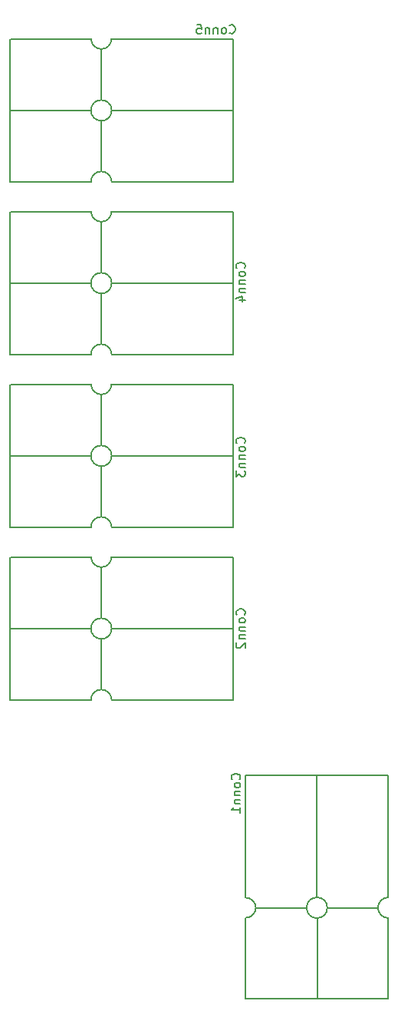
<source format=gbr>
%TF.GenerationSoftware,KiCad,Pcbnew,7.0.7*%
%TF.CreationDate,2024-04-07T16:08:04-05:00*%
%TF.ProjectId,Science_Actuation,53636965-6e63-4655-9f41-637475617469,rev?*%
%TF.SameCoordinates,Original*%
%TF.FileFunction,Legend,Bot*%
%TF.FilePolarity,Positive*%
%FSLAX46Y46*%
G04 Gerber Fmt 4.6, Leading zero omitted, Abs format (unit mm)*
G04 Created by KiCad (PCBNEW 7.0.7) date 2024-04-07 16:08:04*
%MOMM*%
%LPD*%
G01*
G04 APERTURE LIST*
%ADD10C,0.150000*%
G04 APERTURE END LIST*
D10*
X60195609Y-82759580D02*
X60243228Y-82807200D01*
X60243228Y-82807200D02*
X60386085Y-82854819D01*
X60386085Y-82854819D02*
X60481323Y-82854819D01*
X60481323Y-82854819D02*
X60624180Y-82807200D01*
X60624180Y-82807200D02*
X60719418Y-82711961D01*
X60719418Y-82711961D02*
X60767037Y-82616723D01*
X60767037Y-82616723D02*
X60814656Y-82426247D01*
X60814656Y-82426247D02*
X60814656Y-82283390D01*
X60814656Y-82283390D02*
X60767037Y-82092914D01*
X60767037Y-82092914D02*
X60719418Y-81997676D01*
X60719418Y-81997676D02*
X60624180Y-81902438D01*
X60624180Y-81902438D02*
X60481323Y-81854819D01*
X60481323Y-81854819D02*
X60386085Y-81854819D01*
X60386085Y-81854819D02*
X60243228Y-81902438D01*
X60243228Y-81902438D02*
X60195609Y-81950057D01*
X59624180Y-82854819D02*
X59719418Y-82807200D01*
X59719418Y-82807200D02*
X59767037Y-82759580D01*
X59767037Y-82759580D02*
X59814656Y-82664342D01*
X59814656Y-82664342D02*
X59814656Y-82378628D01*
X59814656Y-82378628D02*
X59767037Y-82283390D01*
X59767037Y-82283390D02*
X59719418Y-82235771D01*
X59719418Y-82235771D02*
X59624180Y-82188152D01*
X59624180Y-82188152D02*
X59481323Y-82188152D01*
X59481323Y-82188152D02*
X59386085Y-82235771D01*
X59386085Y-82235771D02*
X59338466Y-82283390D01*
X59338466Y-82283390D02*
X59290847Y-82378628D01*
X59290847Y-82378628D02*
X59290847Y-82664342D01*
X59290847Y-82664342D02*
X59338466Y-82759580D01*
X59338466Y-82759580D02*
X59386085Y-82807200D01*
X59386085Y-82807200D02*
X59481323Y-82854819D01*
X59481323Y-82854819D02*
X59624180Y-82854819D01*
X58862275Y-82188152D02*
X58862275Y-82854819D01*
X58862275Y-82283390D02*
X58814656Y-82235771D01*
X58814656Y-82235771D02*
X58719418Y-82188152D01*
X58719418Y-82188152D02*
X58576561Y-82188152D01*
X58576561Y-82188152D02*
X58481323Y-82235771D01*
X58481323Y-82235771D02*
X58433704Y-82331009D01*
X58433704Y-82331009D02*
X58433704Y-82854819D01*
X57957513Y-82188152D02*
X57957513Y-82854819D01*
X57957513Y-82283390D02*
X57909894Y-82235771D01*
X57909894Y-82235771D02*
X57814656Y-82188152D01*
X57814656Y-82188152D02*
X57671799Y-82188152D01*
X57671799Y-82188152D02*
X57576561Y-82235771D01*
X57576561Y-82235771D02*
X57528942Y-82331009D01*
X57528942Y-82331009D02*
X57528942Y-82854819D01*
X56576561Y-81854819D02*
X57052751Y-81854819D01*
X57052751Y-81854819D02*
X57100370Y-82331009D01*
X57100370Y-82331009D02*
X57052751Y-82283390D01*
X57052751Y-82283390D02*
X56957513Y-82235771D01*
X56957513Y-82235771D02*
X56719418Y-82235771D01*
X56719418Y-82235771D02*
X56624180Y-82283390D01*
X56624180Y-82283390D02*
X56576561Y-82331009D01*
X56576561Y-82331009D02*
X56528942Y-82426247D01*
X56528942Y-82426247D02*
X56528942Y-82664342D01*
X56528942Y-82664342D02*
X56576561Y-82759580D01*
X56576561Y-82759580D02*
X56624180Y-82807200D01*
X56624180Y-82807200D02*
X56719418Y-82854819D01*
X56719418Y-82854819D02*
X56957513Y-82854819D01*
X56957513Y-82854819D02*
X57052751Y-82807200D01*
X57052751Y-82807200D02*
X57100370Y-82759580D01*
X61827580Y-108712190D02*
X61875200Y-108664571D01*
X61875200Y-108664571D02*
X61922819Y-108521714D01*
X61922819Y-108521714D02*
X61922819Y-108426476D01*
X61922819Y-108426476D02*
X61875200Y-108283619D01*
X61875200Y-108283619D02*
X61779961Y-108188381D01*
X61779961Y-108188381D02*
X61684723Y-108140762D01*
X61684723Y-108140762D02*
X61494247Y-108093143D01*
X61494247Y-108093143D02*
X61351390Y-108093143D01*
X61351390Y-108093143D02*
X61160914Y-108140762D01*
X61160914Y-108140762D02*
X61065676Y-108188381D01*
X61065676Y-108188381D02*
X60970438Y-108283619D01*
X60970438Y-108283619D02*
X60922819Y-108426476D01*
X60922819Y-108426476D02*
X60922819Y-108521714D01*
X60922819Y-108521714D02*
X60970438Y-108664571D01*
X60970438Y-108664571D02*
X61018057Y-108712190D01*
X61922819Y-109283619D02*
X61875200Y-109188381D01*
X61875200Y-109188381D02*
X61827580Y-109140762D01*
X61827580Y-109140762D02*
X61732342Y-109093143D01*
X61732342Y-109093143D02*
X61446628Y-109093143D01*
X61446628Y-109093143D02*
X61351390Y-109140762D01*
X61351390Y-109140762D02*
X61303771Y-109188381D01*
X61303771Y-109188381D02*
X61256152Y-109283619D01*
X61256152Y-109283619D02*
X61256152Y-109426476D01*
X61256152Y-109426476D02*
X61303771Y-109521714D01*
X61303771Y-109521714D02*
X61351390Y-109569333D01*
X61351390Y-109569333D02*
X61446628Y-109616952D01*
X61446628Y-109616952D02*
X61732342Y-109616952D01*
X61732342Y-109616952D02*
X61827580Y-109569333D01*
X61827580Y-109569333D02*
X61875200Y-109521714D01*
X61875200Y-109521714D02*
X61922819Y-109426476D01*
X61922819Y-109426476D02*
X61922819Y-109283619D01*
X61256152Y-110045524D02*
X61922819Y-110045524D01*
X61351390Y-110045524D02*
X61303771Y-110093143D01*
X61303771Y-110093143D02*
X61256152Y-110188381D01*
X61256152Y-110188381D02*
X61256152Y-110331238D01*
X61256152Y-110331238D02*
X61303771Y-110426476D01*
X61303771Y-110426476D02*
X61399009Y-110474095D01*
X61399009Y-110474095D02*
X61922819Y-110474095D01*
X61256152Y-110950286D02*
X61922819Y-110950286D01*
X61351390Y-110950286D02*
X61303771Y-110997905D01*
X61303771Y-110997905D02*
X61256152Y-111093143D01*
X61256152Y-111093143D02*
X61256152Y-111236000D01*
X61256152Y-111236000D02*
X61303771Y-111331238D01*
X61303771Y-111331238D02*
X61399009Y-111378857D01*
X61399009Y-111378857D02*
X61922819Y-111378857D01*
X61256152Y-112283619D02*
X61922819Y-112283619D01*
X60875200Y-112045524D02*
X61589485Y-111807429D01*
X61589485Y-111807429D02*
X61589485Y-112426476D01*
X61296580Y-165102390D02*
X61344200Y-165054771D01*
X61344200Y-165054771D02*
X61391819Y-164911914D01*
X61391819Y-164911914D02*
X61391819Y-164816676D01*
X61391819Y-164816676D02*
X61344200Y-164673819D01*
X61344200Y-164673819D02*
X61248961Y-164578581D01*
X61248961Y-164578581D02*
X61153723Y-164530962D01*
X61153723Y-164530962D02*
X60963247Y-164483343D01*
X60963247Y-164483343D02*
X60820390Y-164483343D01*
X60820390Y-164483343D02*
X60629914Y-164530962D01*
X60629914Y-164530962D02*
X60534676Y-164578581D01*
X60534676Y-164578581D02*
X60439438Y-164673819D01*
X60439438Y-164673819D02*
X60391819Y-164816676D01*
X60391819Y-164816676D02*
X60391819Y-164911914D01*
X60391819Y-164911914D02*
X60439438Y-165054771D01*
X60439438Y-165054771D02*
X60487057Y-165102390D01*
X61391819Y-165673819D02*
X61344200Y-165578581D01*
X61344200Y-165578581D02*
X61296580Y-165530962D01*
X61296580Y-165530962D02*
X61201342Y-165483343D01*
X61201342Y-165483343D02*
X60915628Y-165483343D01*
X60915628Y-165483343D02*
X60820390Y-165530962D01*
X60820390Y-165530962D02*
X60772771Y-165578581D01*
X60772771Y-165578581D02*
X60725152Y-165673819D01*
X60725152Y-165673819D02*
X60725152Y-165816676D01*
X60725152Y-165816676D02*
X60772771Y-165911914D01*
X60772771Y-165911914D02*
X60820390Y-165959533D01*
X60820390Y-165959533D02*
X60915628Y-166007152D01*
X60915628Y-166007152D02*
X61201342Y-166007152D01*
X61201342Y-166007152D02*
X61296580Y-165959533D01*
X61296580Y-165959533D02*
X61344200Y-165911914D01*
X61344200Y-165911914D02*
X61391819Y-165816676D01*
X61391819Y-165816676D02*
X61391819Y-165673819D01*
X60725152Y-166435724D02*
X61391819Y-166435724D01*
X60820390Y-166435724D02*
X60772771Y-166483343D01*
X60772771Y-166483343D02*
X60725152Y-166578581D01*
X60725152Y-166578581D02*
X60725152Y-166721438D01*
X60725152Y-166721438D02*
X60772771Y-166816676D01*
X60772771Y-166816676D02*
X60868009Y-166864295D01*
X60868009Y-166864295D02*
X61391819Y-166864295D01*
X60725152Y-167340486D02*
X61391819Y-167340486D01*
X60820390Y-167340486D02*
X60772771Y-167388105D01*
X60772771Y-167388105D02*
X60725152Y-167483343D01*
X60725152Y-167483343D02*
X60725152Y-167626200D01*
X60725152Y-167626200D02*
X60772771Y-167721438D01*
X60772771Y-167721438D02*
X60868009Y-167769057D01*
X60868009Y-167769057D02*
X61391819Y-167769057D01*
X61391819Y-168769057D02*
X61391819Y-168197629D01*
X61391819Y-168483343D02*
X60391819Y-168483343D01*
X60391819Y-168483343D02*
X60534676Y-168388105D01*
X60534676Y-168388105D02*
X60629914Y-168292867D01*
X60629914Y-168292867D02*
X60677533Y-168197629D01*
X61827580Y-146939190D02*
X61875200Y-146891571D01*
X61875200Y-146891571D02*
X61922819Y-146748714D01*
X61922819Y-146748714D02*
X61922819Y-146653476D01*
X61922819Y-146653476D02*
X61875200Y-146510619D01*
X61875200Y-146510619D02*
X61779961Y-146415381D01*
X61779961Y-146415381D02*
X61684723Y-146367762D01*
X61684723Y-146367762D02*
X61494247Y-146320143D01*
X61494247Y-146320143D02*
X61351390Y-146320143D01*
X61351390Y-146320143D02*
X61160914Y-146367762D01*
X61160914Y-146367762D02*
X61065676Y-146415381D01*
X61065676Y-146415381D02*
X60970438Y-146510619D01*
X60970438Y-146510619D02*
X60922819Y-146653476D01*
X60922819Y-146653476D02*
X60922819Y-146748714D01*
X60922819Y-146748714D02*
X60970438Y-146891571D01*
X60970438Y-146891571D02*
X61018057Y-146939190D01*
X61922819Y-147510619D02*
X61875200Y-147415381D01*
X61875200Y-147415381D02*
X61827580Y-147367762D01*
X61827580Y-147367762D02*
X61732342Y-147320143D01*
X61732342Y-147320143D02*
X61446628Y-147320143D01*
X61446628Y-147320143D02*
X61351390Y-147367762D01*
X61351390Y-147367762D02*
X61303771Y-147415381D01*
X61303771Y-147415381D02*
X61256152Y-147510619D01*
X61256152Y-147510619D02*
X61256152Y-147653476D01*
X61256152Y-147653476D02*
X61303771Y-147748714D01*
X61303771Y-147748714D02*
X61351390Y-147796333D01*
X61351390Y-147796333D02*
X61446628Y-147843952D01*
X61446628Y-147843952D02*
X61732342Y-147843952D01*
X61732342Y-147843952D02*
X61827580Y-147796333D01*
X61827580Y-147796333D02*
X61875200Y-147748714D01*
X61875200Y-147748714D02*
X61922819Y-147653476D01*
X61922819Y-147653476D02*
X61922819Y-147510619D01*
X61256152Y-148272524D02*
X61922819Y-148272524D01*
X61351390Y-148272524D02*
X61303771Y-148320143D01*
X61303771Y-148320143D02*
X61256152Y-148415381D01*
X61256152Y-148415381D02*
X61256152Y-148558238D01*
X61256152Y-148558238D02*
X61303771Y-148653476D01*
X61303771Y-148653476D02*
X61399009Y-148701095D01*
X61399009Y-148701095D02*
X61922819Y-148701095D01*
X61256152Y-149177286D02*
X61922819Y-149177286D01*
X61351390Y-149177286D02*
X61303771Y-149224905D01*
X61303771Y-149224905D02*
X61256152Y-149320143D01*
X61256152Y-149320143D02*
X61256152Y-149463000D01*
X61256152Y-149463000D02*
X61303771Y-149558238D01*
X61303771Y-149558238D02*
X61399009Y-149605857D01*
X61399009Y-149605857D02*
X61922819Y-149605857D01*
X61018057Y-150034429D02*
X60970438Y-150082048D01*
X60970438Y-150082048D02*
X60922819Y-150177286D01*
X60922819Y-150177286D02*
X60922819Y-150415381D01*
X60922819Y-150415381D02*
X60970438Y-150510619D01*
X60970438Y-150510619D02*
X61018057Y-150558238D01*
X61018057Y-150558238D02*
X61113295Y-150605857D01*
X61113295Y-150605857D02*
X61208533Y-150605857D01*
X61208533Y-150605857D02*
X61351390Y-150558238D01*
X61351390Y-150558238D02*
X61922819Y-149986810D01*
X61922819Y-149986810D02*
X61922819Y-150605857D01*
X61827580Y-128016190D02*
X61875200Y-127968571D01*
X61875200Y-127968571D02*
X61922819Y-127825714D01*
X61922819Y-127825714D02*
X61922819Y-127730476D01*
X61922819Y-127730476D02*
X61875200Y-127587619D01*
X61875200Y-127587619D02*
X61779961Y-127492381D01*
X61779961Y-127492381D02*
X61684723Y-127444762D01*
X61684723Y-127444762D02*
X61494247Y-127397143D01*
X61494247Y-127397143D02*
X61351390Y-127397143D01*
X61351390Y-127397143D02*
X61160914Y-127444762D01*
X61160914Y-127444762D02*
X61065676Y-127492381D01*
X61065676Y-127492381D02*
X60970438Y-127587619D01*
X60970438Y-127587619D02*
X60922819Y-127730476D01*
X60922819Y-127730476D02*
X60922819Y-127825714D01*
X60922819Y-127825714D02*
X60970438Y-127968571D01*
X60970438Y-127968571D02*
X61018057Y-128016190D01*
X61922819Y-128587619D02*
X61875200Y-128492381D01*
X61875200Y-128492381D02*
X61827580Y-128444762D01*
X61827580Y-128444762D02*
X61732342Y-128397143D01*
X61732342Y-128397143D02*
X61446628Y-128397143D01*
X61446628Y-128397143D02*
X61351390Y-128444762D01*
X61351390Y-128444762D02*
X61303771Y-128492381D01*
X61303771Y-128492381D02*
X61256152Y-128587619D01*
X61256152Y-128587619D02*
X61256152Y-128730476D01*
X61256152Y-128730476D02*
X61303771Y-128825714D01*
X61303771Y-128825714D02*
X61351390Y-128873333D01*
X61351390Y-128873333D02*
X61446628Y-128920952D01*
X61446628Y-128920952D02*
X61732342Y-128920952D01*
X61732342Y-128920952D02*
X61827580Y-128873333D01*
X61827580Y-128873333D02*
X61875200Y-128825714D01*
X61875200Y-128825714D02*
X61922819Y-128730476D01*
X61922819Y-128730476D02*
X61922819Y-128587619D01*
X61256152Y-129349524D02*
X61922819Y-129349524D01*
X61351390Y-129349524D02*
X61303771Y-129397143D01*
X61303771Y-129397143D02*
X61256152Y-129492381D01*
X61256152Y-129492381D02*
X61256152Y-129635238D01*
X61256152Y-129635238D02*
X61303771Y-129730476D01*
X61303771Y-129730476D02*
X61399009Y-129778095D01*
X61399009Y-129778095D02*
X61922819Y-129778095D01*
X61256152Y-130254286D02*
X61922819Y-130254286D01*
X61351390Y-130254286D02*
X61303771Y-130301905D01*
X61303771Y-130301905D02*
X61256152Y-130397143D01*
X61256152Y-130397143D02*
X61256152Y-130540000D01*
X61256152Y-130540000D02*
X61303771Y-130635238D01*
X61303771Y-130635238D02*
X61399009Y-130682857D01*
X61399009Y-130682857D02*
X61922819Y-130682857D01*
X60922819Y-131063810D02*
X60922819Y-131682857D01*
X60922819Y-131682857D02*
X61303771Y-131349524D01*
X61303771Y-131349524D02*
X61303771Y-131492381D01*
X61303771Y-131492381D02*
X61351390Y-131587619D01*
X61351390Y-131587619D02*
X61399009Y-131635238D01*
X61399009Y-131635238D02*
X61494247Y-131682857D01*
X61494247Y-131682857D02*
X61732342Y-131682857D01*
X61732342Y-131682857D02*
X61827580Y-131635238D01*
X61827580Y-131635238D02*
X61875200Y-131587619D01*
X61875200Y-131587619D02*
X61922819Y-131492381D01*
X61922819Y-131492381D02*
X61922819Y-131206667D01*
X61922819Y-131206667D02*
X61875200Y-131111429D01*
X61875200Y-131111429D02*
X61827580Y-131063810D01*
%TO.C,Conn5*%
X35977800Y-99187000D02*
X35977800Y-83439000D01*
X36003200Y-91338400D02*
X44893200Y-91338400D01*
X36003200Y-99187000D02*
X43750200Y-99187000D01*
X43724800Y-83439000D02*
X44893200Y-83439000D01*
X43750200Y-83439000D02*
X36003200Y-83439000D01*
X44893200Y-99187000D02*
X43674000Y-99187000D01*
X46036200Y-85750400D02*
X46036200Y-84582000D01*
X46036200Y-89027000D02*
X46036200Y-85725000D01*
X46036200Y-89027000D02*
X46036200Y-90170000D01*
X46036200Y-93599000D02*
X46036200Y-92456000D01*
X46036200Y-93599000D02*
X46036200Y-96875600D01*
X46036200Y-98044000D02*
X46036200Y-96875600D01*
X48296800Y-99187000D02*
X47204600Y-99187000D01*
X48322200Y-83439000D02*
X60615800Y-83439000D01*
X48322200Y-91313000D02*
X47179200Y-91313000D01*
X48322200Y-91313000D02*
X60615800Y-91313000D01*
X48322200Y-99187000D02*
X60615800Y-99187000D01*
X48347600Y-83439000D02*
X47153800Y-83439000D01*
X60615800Y-99187000D02*
X60615800Y-83439000D01*
X46036200Y-98044000D02*
G75*
G03*
X44893200Y-99187000I0J-1143000D01*
G01*
X44918600Y-83439000D02*
G75*
G03*
X46036200Y-84556600I1117598J-2D01*
G01*
X47179200Y-99187000D02*
G75*
G03*
X46036200Y-98044000I-1143000J0D01*
G01*
X46036200Y-84556600D02*
G75*
G03*
X47153800Y-83439000I2J1117598D01*
G01*
X47179200Y-91313000D02*
G75*
G03*
X47179200Y-91313000I-1143000J0D01*
G01*
%TO.C,Conn4*%
X35977800Y-118237000D02*
X35977800Y-102489000D01*
X36003200Y-110388400D02*
X44893200Y-110388400D01*
X36003200Y-118237000D02*
X43750200Y-118237000D01*
X43724800Y-102489000D02*
X44893200Y-102489000D01*
X43750200Y-102489000D02*
X36003200Y-102489000D01*
X44893200Y-118237000D02*
X43674000Y-118237000D01*
X46036200Y-104800400D02*
X46036200Y-103632000D01*
X46036200Y-108077000D02*
X46036200Y-104775000D01*
X46036200Y-108077000D02*
X46036200Y-109220000D01*
X46036200Y-112649000D02*
X46036200Y-111506000D01*
X46036200Y-112649000D02*
X46036200Y-115925600D01*
X46036200Y-117094000D02*
X46036200Y-115925600D01*
X48296800Y-118237000D02*
X47204600Y-118237000D01*
X48322200Y-102489000D02*
X60615800Y-102489000D01*
X48322200Y-110363000D02*
X47179200Y-110363000D01*
X48322200Y-110363000D02*
X60615800Y-110363000D01*
X48322200Y-118237000D02*
X60615800Y-118237000D01*
X48347600Y-102489000D02*
X47153800Y-102489000D01*
X60615800Y-118237000D02*
X60615800Y-102489000D01*
X46036200Y-117094000D02*
G75*
G03*
X44893200Y-118237000I0J-1143000D01*
G01*
X44918600Y-102489000D02*
G75*
G03*
X46036200Y-103606600I1117598J-2D01*
G01*
X47179200Y-118237000D02*
G75*
G03*
X46036200Y-117094000I-1143000J0D01*
G01*
X46036200Y-103606600D02*
G75*
G03*
X47153800Y-102489000I2J1117598D01*
G01*
X47179200Y-110363000D02*
G75*
G03*
X47179200Y-110363000I-1143000J0D01*
G01*
%TO.C,Conn1*%
X77724000Y-189320200D02*
X61976000Y-189320200D01*
X69875400Y-189294800D02*
X69875400Y-180404800D01*
X77724000Y-189294800D02*
X77724000Y-181547800D01*
X61976000Y-181573200D02*
X61976000Y-180404800D01*
X61976000Y-181547800D02*
X61976000Y-189294800D01*
X77724000Y-180404800D02*
X77724000Y-181624000D01*
X64287400Y-179261800D02*
X63119000Y-179261800D01*
X67564000Y-179261800D02*
X64262000Y-179261800D01*
X67564000Y-179261800D02*
X68707000Y-179261800D01*
X72136000Y-179261800D02*
X70993000Y-179261800D01*
X72136000Y-179261800D02*
X75412600Y-179261800D01*
X76581000Y-179261800D02*
X75412600Y-179261800D01*
X77724000Y-177001200D02*
X77724000Y-178093400D01*
X61976000Y-176975800D02*
X61976000Y-164682200D01*
X69850000Y-176975800D02*
X69850000Y-178118800D01*
X69850000Y-176975800D02*
X69850000Y-164682200D01*
X77724000Y-176975800D02*
X77724000Y-164682200D01*
X61976000Y-176950400D02*
X61976000Y-178144200D01*
X77724000Y-164682200D02*
X61976000Y-164682200D01*
X76581000Y-179261800D02*
G75*
G03*
X77724000Y-180404800I1143000J0D01*
G01*
X61976000Y-180379400D02*
G75*
G03*
X63093600Y-179261800I2J1117598D01*
G01*
X77724000Y-178118800D02*
G75*
G03*
X76581000Y-179261800I0J-1143000D01*
G01*
X63093600Y-179261800D02*
G75*
G03*
X61976000Y-178144200I-1117598J2D01*
G01*
X70993000Y-179261800D02*
G75*
G03*
X70993000Y-179261800I-1143000J0D01*
G01*
%TO.C,Conn2*%
X35977800Y-156337000D02*
X35977800Y-140589000D01*
X36003200Y-148488400D02*
X44893200Y-148488400D01*
X36003200Y-156337000D02*
X43750200Y-156337000D01*
X43724800Y-140589000D02*
X44893200Y-140589000D01*
X43750200Y-140589000D02*
X36003200Y-140589000D01*
X44893200Y-156337000D02*
X43674000Y-156337000D01*
X46036200Y-142900400D02*
X46036200Y-141732000D01*
X46036200Y-146177000D02*
X46036200Y-142875000D01*
X46036200Y-146177000D02*
X46036200Y-147320000D01*
X46036200Y-150749000D02*
X46036200Y-149606000D01*
X46036200Y-150749000D02*
X46036200Y-154025600D01*
X46036200Y-155194000D02*
X46036200Y-154025600D01*
X48296800Y-156337000D02*
X47204600Y-156337000D01*
X48322200Y-140589000D02*
X60615800Y-140589000D01*
X48322200Y-148463000D02*
X47179200Y-148463000D01*
X48322200Y-148463000D02*
X60615800Y-148463000D01*
X48322200Y-156337000D02*
X60615800Y-156337000D01*
X48347600Y-140589000D02*
X47153800Y-140589000D01*
X60615800Y-156337000D02*
X60615800Y-140589000D01*
X46036200Y-155194000D02*
G75*
G03*
X44893200Y-156337000I0J-1143000D01*
G01*
X44918600Y-140589000D02*
G75*
G03*
X46036200Y-141706600I1117598J-2D01*
G01*
X47179200Y-156337000D02*
G75*
G03*
X46036200Y-155194000I-1143000J0D01*
G01*
X46036200Y-141706600D02*
G75*
G03*
X47153800Y-140589000I2J1117598D01*
G01*
X47179200Y-148463000D02*
G75*
G03*
X47179200Y-148463000I-1143000J0D01*
G01*
%TO.C,Conn3*%
X35977800Y-137287000D02*
X35977800Y-121539000D01*
X36003200Y-129438400D02*
X44893200Y-129438400D01*
X36003200Y-137287000D02*
X43750200Y-137287000D01*
X43724800Y-121539000D02*
X44893200Y-121539000D01*
X43750200Y-121539000D02*
X36003200Y-121539000D01*
X44893200Y-137287000D02*
X43674000Y-137287000D01*
X46036200Y-123850400D02*
X46036200Y-122682000D01*
X46036200Y-127127000D02*
X46036200Y-123825000D01*
X46036200Y-127127000D02*
X46036200Y-128270000D01*
X46036200Y-131699000D02*
X46036200Y-130556000D01*
X46036200Y-131699000D02*
X46036200Y-134975600D01*
X46036200Y-136144000D02*
X46036200Y-134975600D01*
X48296800Y-137287000D02*
X47204600Y-137287000D01*
X48322200Y-121539000D02*
X60615800Y-121539000D01*
X48322200Y-129413000D02*
X47179200Y-129413000D01*
X48322200Y-129413000D02*
X60615800Y-129413000D01*
X48322200Y-137287000D02*
X60615800Y-137287000D01*
X48347600Y-121539000D02*
X47153800Y-121539000D01*
X60615800Y-137287000D02*
X60615800Y-121539000D01*
X46036200Y-136144000D02*
G75*
G03*
X44893200Y-137287000I0J-1143000D01*
G01*
X44918600Y-121539000D02*
G75*
G03*
X46036200Y-122656600I1117598J-2D01*
G01*
X47179200Y-137287000D02*
G75*
G03*
X46036200Y-136144000I-1143000J0D01*
G01*
X46036200Y-122656600D02*
G75*
G03*
X47153800Y-121539000I2J1117598D01*
G01*
X47179200Y-129413000D02*
G75*
G03*
X47179200Y-129413000I-1143000J0D01*
G01*
%TD*%
M02*

</source>
